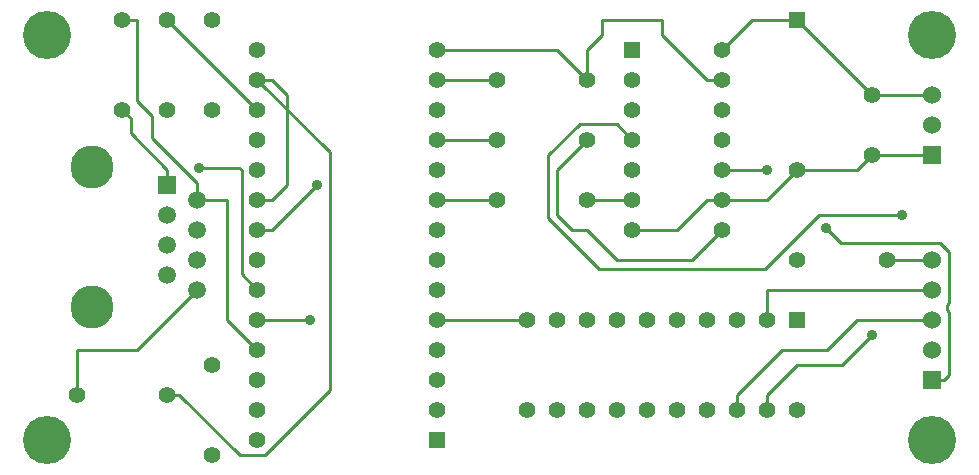
<source format=gbr>
G04 #@! TF.FileFunction,Copper,L2,Bot,Signal*
%FSLAX46Y46*%
G04 Gerber Fmt 4.6, Leading zero omitted, Abs format (unit mm)*
G04 Created by KiCad (PCBNEW (2015-10-16 BZR 6271)-product) date Thursday, November 26, 2015 'PMt' 11:11:10 PM*
%MOMM*%
G01*
G04 APERTURE LIST*
%ADD10C,0.100000*%
%ADD11C,3.649980*%
%ADD12R,1.501140X1.501140*%
%ADD13C,1.501140*%
%ADD14C,1.397000*%
%ADD15R,1.524000X1.524000*%
%ADD16C,1.524000*%
%ADD17R,1.397000X1.397000*%
%ADD18C,4.064000*%
%ADD19C,0.889000*%
%ADD20C,0.254000*%
G04 APERTURE END LIST*
D10*
D11*
X59690000Y-44673520D03*
X59690000Y-32804100D03*
D12*
X66040000Y-34290000D03*
D13*
X68580000Y-35560000D03*
X66040000Y-36830000D03*
X68580000Y-38100000D03*
X66040000Y-39370000D03*
X68580000Y-40640000D03*
X66040000Y-41910000D03*
X68580000Y-43180000D03*
D14*
X66040000Y-52070000D03*
X58420000Y-52070000D03*
X62230000Y-20320000D03*
X62230000Y-27940000D03*
X101600000Y-35560000D03*
X93980000Y-35560000D03*
X101600000Y-30480000D03*
X93980000Y-30480000D03*
X93980000Y-25400000D03*
X101600000Y-25400000D03*
X69850000Y-27940000D03*
X69850000Y-20320000D03*
X66040000Y-20320000D03*
X66040000Y-27940000D03*
X127000000Y-40640000D03*
X119380000Y-40640000D03*
X69850000Y-49530000D03*
X69850000Y-57150000D03*
D15*
X130810000Y-50800000D03*
D16*
X130810000Y-48260000D03*
X130810000Y-45720000D03*
X130810000Y-43180000D03*
X130810000Y-40640000D03*
D15*
X130810000Y-31750000D03*
D16*
X130810000Y-29210000D03*
X130810000Y-26670000D03*
D17*
X88900000Y-55880000D03*
D14*
X88900000Y-53340000D03*
X88900000Y-50800000D03*
X88900000Y-48260000D03*
X88900000Y-45720000D03*
X88900000Y-43180000D03*
X88900000Y-40640000D03*
X88900000Y-38100000D03*
X88900000Y-35560000D03*
X88900000Y-33020000D03*
X88900000Y-30480000D03*
X88900000Y-27940000D03*
X88900000Y-25400000D03*
X88900000Y-22860000D03*
X73660000Y-22860000D03*
X73660000Y-25400000D03*
X73660000Y-27940000D03*
X73660000Y-30480000D03*
X73660000Y-33020000D03*
X73660000Y-35560000D03*
X73660000Y-38100000D03*
X73660000Y-40640000D03*
X73660000Y-43180000D03*
X73660000Y-45720000D03*
X73660000Y-48260000D03*
X73660000Y-50800000D03*
X73660000Y-53340000D03*
X73660000Y-55880000D03*
D17*
X119380000Y-45720000D03*
D14*
X116840000Y-45720000D03*
X114300000Y-45720000D03*
X111760000Y-45720000D03*
X109220000Y-45720000D03*
X106680000Y-45720000D03*
X104140000Y-45720000D03*
X101600000Y-45720000D03*
X99060000Y-45720000D03*
X96520000Y-45720000D03*
X96520000Y-53340000D03*
X99060000Y-53340000D03*
X101600000Y-53340000D03*
X104140000Y-53340000D03*
X106680000Y-53340000D03*
X109220000Y-53340000D03*
X111760000Y-53340000D03*
X114300000Y-53340000D03*
X116840000Y-53340000D03*
X119380000Y-53340000D03*
D17*
X105410000Y-22860000D03*
D14*
X105410000Y-25400000D03*
X105410000Y-27940000D03*
X105410000Y-30480000D03*
X105410000Y-33020000D03*
X105410000Y-35560000D03*
X105410000Y-38100000D03*
X113030000Y-38100000D03*
X113030000Y-35560000D03*
X113030000Y-33020000D03*
X113030000Y-30480000D03*
X113030000Y-27940000D03*
X113030000Y-25400000D03*
X113030000Y-22860000D03*
D17*
X119380000Y-20320000D03*
D14*
X119380000Y-33020000D03*
X125730000Y-26670000D03*
X125730000Y-31750000D03*
D18*
X130810000Y-21590000D03*
X130810000Y-55880000D03*
X55880000Y-55880000D03*
X55880000Y-21590000D03*
D19*
X128270000Y-36830000D03*
X121791671Y-37971671D03*
X116840000Y-33020000D03*
X78105000Y-45720000D03*
X125730000Y-46990000D03*
X78740000Y-34290000D03*
X68760399Y-32839601D03*
D20*
X113030000Y-35560000D02*
X111760000Y-35560000D01*
X111760000Y-35560000D02*
X109220000Y-38100000D01*
X109220000Y-38100000D02*
X105410000Y-38100000D01*
X119380000Y-33020000D02*
X116840000Y-35560000D01*
X116840000Y-35560000D02*
X113030000Y-35560000D01*
X125730000Y-31750000D02*
X124460000Y-33020000D01*
X124460000Y-33020000D02*
X119380000Y-33020000D01*
X96520000Y-45720000D02*
X88900000Y-45720000D01*
X130810000Y-31750000D02*
X125730000Y-31750000D01*
X128270000Y-36830000D02*
X121216418Y-36830000D01*
X121216418Y-36830000D02*
X116644408Y-41402010D01*
X100959919Y-29146499D02*
X104076499Y-29146499D01*
X104076499Y-29146499D02*
X105410000Y-30480000D01*
X116644408Y-41402010D02*
X102554366Y-41402010D01*
X102554366Y-41402010D02*
X98297990Y-37145634D01*
X98297990Y-37145634D02*
X98297990Y-31808428D01*
X98297990Y-31808428D02*
X100959919Y-29146499D01*
X121791671Y-37971671D02*
X123062999Y-39242999D01*
X132207001Y-45049439D02*
X132207001Y-50418999D01*
X123062999Y-39242999D02*
X131480561Y-39242999D01*
X131480561Y-39242999D02*
X132207001Y-39969439D01*
X132207001Y-50418999D02*
X131826000Y-50800000D01*
X132207001Y-39969439D02*
X132207001Y-44322999D01*
X132207001Y-44322999D02*
X132080000Y-44450000D01*
X132080000Y-44450000D02*
X132080000Y-44922438D01*
X132080000Y-44922438D02*
X132207001Y-45049439D01*
X131826000Y-50800000D02*
X130810000Y-50800000D01*
X113030000Y-33020000D02*
X116840000Y-33020000D01*
X58420000Y-48260000D02*
X63500000Y-48260000D01*
X63500000Y-48260000D02*
X68580000Y-43180000D01*
X58420000Y-52070000D02*
X58420000Y-48260000D01*
X66040000Y-52070000D02*
X67027828Y-52070000D01*
X67027828Y-52070000D02*
X72171329Y-57213501D01*
X72171329Y-57213501D02*
X74300081Y-57213501D01*
X74300081Y-57213501D02*
X79819501Y-51694081D01*
X79819501Y-51694081D02*
X79819501Y-31559501D01*
X79819501Y-31559501D02*
X73660000Y-25400000D01*
X73660000Y-35560000D02*
X74930000Y-35560000D01*
X74930000Y-35560000D02*
X76200000Y-34290000D01*
X76200000Y-34290000D02*
X76200000Y-26670000D01*
X76200000Y-26670000D02*
X74930000Y-25400000D01*
X74930000Y-25400000D02*
X73660000Y-25400000D01*
X78105000Y-45720000D02*
X73660000Y-45720000D01*
X116840000Y-53340000D02*
X116840000Y-52070000D01*
X116840000Y-52070000D02*
X119380000Y-49530000D01*
X119380000Y-49530000D02*
X123190000Y-49530000D01*
X123190000Y-49530000D02*
X125730000Y-46990000D01*
X127000000Y-40640000D02*
X130810000Y-40640000D01*
X66040000Y-20320000D02*
X73660000Y-27940000D01*
X73660000Y-38100000D02*
X74930000Y-38100000D01*
X74930000Y-38100000D02*
X78740000Y-34290000D01*
X71120000Y-35560000D02*
X71120000Y-45720000D01*
X71120000Y-45720000D02*
X73660000Y-48260000D01*
X68580000Y-35560000D02*
X71120000Y-35560000D01*
X63500000Y-20320000D02*
X63500000Y-27236418D01*
X63500000Y-27236418D02*
X64706499Y-28442917D01*
X64706499Y-28442917D02*
X64706499Y-30312357D01*
X64706499Y-30312357D02*
X68580000Y-34185858D01*
X68580000Y-34185858D02*
X68580000Y-35560000D01*
X62230000Y-20320000D02*
X63500000Y-20320000D01*
X72146100Y-32839601D02*
X72326499Y-33020000D01*
X72326499Y-33020000D02*
X72326499Y-41846499D01*
X72326499Y-41846499D02*
X73660000Y-43180000D01*
X68760399Y-32839601D02*
X72146100Y-32839601D01*
X62928499Y-29908499D02*
X66040000Y-33020000D01*
X66040000Y-33020000D02*
X66040000Y-34290000D01*
X62230000Y-27940000D02*
X62928499Y-28638499D01*
X62928499Y-28638499D02*
X62928499Y-29908499D01*
X101600000Y-35560000D02*
X105410000Y-35560000D01*
X113030000Y-38100000D02*
X110490000Y-40640000D01*
X110490000Y-40640000D02*
X104140000Y-40640000D01*
X104140000Y-40640000D02*
X101600000Y-38100000D01*
X101600000Y-38100000D02*
X100330000Y-38100000D01*
X100330000Y-38100000D02*
X99060000Y-36830000D01*
X99060000Y-36830000D02*
X99060000Y-33020000D01*
X99060000Y-33020000D02*
X101600000Y-30480000D01*
X93980000Y-35560000D02*
X88900000Y-35560000D01*
X88900000Y-30480000D02*
X93980000Y-30480000D01*
X93980000Y-25400000D02*
X88900000Y-25400000D01*
X114300000Y-53340000D02*
X114300000Y-52070000D01*
X114300000Y-52070000D02*
X118110000Y-48260000D01*
X118110000Y-48260000D02*
X121920000Y-48260000D01*
X121920000Y-48260000D02*
X124460000Y-45720000D01*
X124460000Y-45720000D02*
X130810000Y-45720000D01*
X130810000Y-43180000D02*
X116840000Y-43180000D01*
X116840000Y-43180000D02*
X116840000Y-45720000D01*
X119380000Y-20320000D02*
X125730000Y-26670000D01*
X101600000Y-25400000D02*
X99060000Y-22860000D01*
X99060000Y-22860000D02*
X88900000Y-22860000D01*
X113030000Y-22860000D02*
X115570000Y-20320000D01*
X115570000Y-20320000D02*
X119380000Y-20320000D01*
X101600000Y-25400000D02*
X101600000Y-22860000D01*
X101600000Y-22860000D02*
X102870000Y-21590000D01*
X102870000Y-21590000D02*
X102870000Y-20320000D01*
X102870000Y-20320000D02*
X107950000Y-20320000D01*
X107950000Y-20320000D02*
X107950000Y-21590000D01*
X107950000Y-21590000D02*
X111760000Y-25400000D01*
X111760000Y-25400000D02*
X113030000Y-25400000D01*
X125730000Y-26670000D02*
X130810000Y-26670000D01*
M02*

</source>
